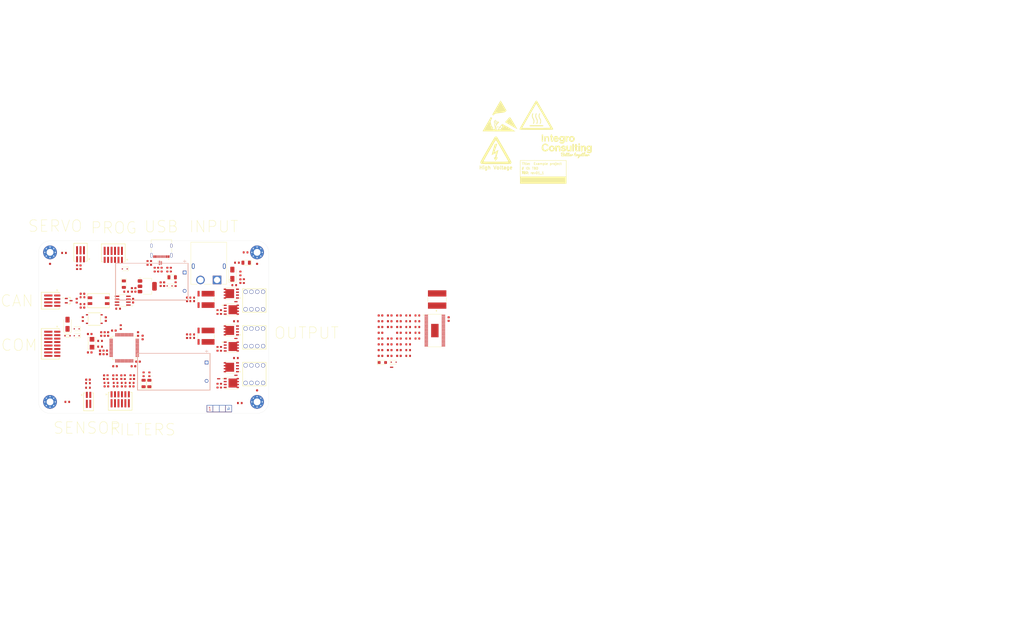
<source format=kicad_pcb>
(kicad_pcb (version 20241229) (generator "pcbnew") (generator_version "9.0")
  (title_block (title "Example project") (date "2026-01-15") (rev "rev01_1") (company "Integro Consulting AB") (comment 1 "TBD") (comment 2 "TBD") (comment 3 "TBD") (comment 4 "Josue Godinez"))
  (layers (0 "F.Cu" signal) (4 "In1.Cu" power) (6 "In2.Cu" power) (2 "B.Cu" signal) (13 "F.Paste" user) (15 "B.Paste" user) (5 "F.SilkS" user "F.Silkscreen") (7 "B.SilkS" user "B.Silkscreen") (1 "F.Mask" user) (3 "B.Mask" user) (25 "Edge.Cuts" user))
  (net 0 "")
  (net 1 "+VDC")
  (net 2 "GND")
  (net 3 "P5V")
  (net 4 "Net-(D4-A)")
  (net 5 "/MCU/AN_IN")
  (net 6 "P3V3")
  (net 7 "/MCU/PH_0")
  (net 8 "/MCU/PH_1")
  (net 9 "/MCU/NRST")
  (net 10 "/MCU/VCAP_1")
  (net 11 "/MCU/VCAP_2")
  (net 12 "/MCU/P3V3_A")
  (net 13 "/MCU/SERVO")
  (net 14 "Net-(C24-Pad1)")
  (net 15 "/MOSFET_DRIVER/OC_ADJ")
  (net 16 "/MOSFET_DRIVER/GVDD")
  (net 17 "/MOSFET_DRIVER/COMP")
  (net 18 "/MOSFET_DRIVER/CP1")
  (net 19 "/MOSFET_DRIVER/CP2")
  (net 20 "Net-(U4-AVDD)")
  (net 21 "/MOSFET_DRIVER/BST_BK")
  (net 22 "/MOSFET_DRIVER/PH")
  (net 23 "/MOSFET_DRIVER/P5V_DRV")
  (net 24 "/MOSFET_DRIVER/BST_3")
  (net 25 "H3_VS")
  (net 26 "/MOSFET_DRIVER/BST_2")
  (net 27 "H2_VS")
  (net 28 "/MOSFET_DRIVER/BST_1")
  (net 29 "H1_VS")
  (net 30 "S1_N")
  (net 31 "S1_P")
  (net 32 "S2_P")
  (net 33 "S2_N")
  (net 34 "/CAN/CONN_CAN_N")
  (net 35 "/CAN/CONN_CAN_P")
  (net 36 "/FILTERS/HALL1_IN")
  (net 37 "/FILTERS/HALL2_IN")
  (net 38 "/FILTERS/HALL3_IN")
  (net 39 "/FILTERS/TEMP_IN")
  (net 40 "Net-(D2-A)")
  (net 41 "Net-(D3-A)")
  (net 42 "Net-(D5-A)")
  (net 43 "/MCU/P3V3_COM")
  (net 44 "/MCU/P5V_COM")
  (net 45 "Net-(D10-A)")
  (net 46 "Net-(D11-A)")
  (net 47 "/MCU/P3V3_DBG")
  (net 50 "VBUS")
  (net 51 "Net-(J2-SHIELD-PadS1)")
  (net 52 "/USB-C/USB-C_P")
  (net 54 "/USB-C/CC2")
  (net 56 "/USB-C/USB-C_N")
  (net 57 "/USB-C/CC1")
  (net 58 "/MCU/ADC_TEMP")
  (net 59 "/MCU/SCK_ADC_EXT")
  (net 60 "/MCU/MISO_ADC_EXT2")
  (net 61 "/MCU/RX_SDA_NSS")
  (net 62 "/MCU/TX_SCL_MOSI")
  (net 63 "Net-(J5-3-Pad3_1)")
  (net 64 "/MCU/SWCLK")
  (net 65 "/MCU/SWDIO")
  (net 66 "/MOSFET/PHASE_1")
  (net 67 "/MOSFET/PHASE_2")
  (net 68 "/MOSFET/PHASE_3")
  (net 69 "/CAN/CAN_N")
  (net 70 "/CAN/R_CAN_P")
  (net 71 "/CAN/CAN_P")
  (net 72 "/CAN/R_CAN_N")
  (net 73 "/MOSFET_DRIVER/DVDD")
  (net 74 "H3_LOW")
  (net 75 "/MOSFET/M_H1_RG")
  (net 76 "H1_LOW")
  (net 77 "/MOSFET/M_L1_RG")
  (net 78 "/MOSFET/M_H2_RG")
  (net 79 "H2_LOW")
  (net 80 "/MOSFET/M_L2_RG")
  (net 81 "/MOSFET/M_H3_RG")
  (net 82 "/MOSFET/M_L3_RG")
  (net 83 "USB_N")
  (net 84 "USB_P")
  (net 85 "Net-(R14-Pad1)")
  (net 86 "/MCU/PH0_P")
  (net 87 "/MCU/PH1_P")
  (net 88 "/MCU/LED_GREEN")
  (net 89 "/MCU/LED_RED")
  (net 90 "/MCU/BOOT_P")
  (net 91 "/MOSFET_DRIVER/RT_CLK")
  (net 92 "FAULT")
  (net 93 "/MOSFET_DRIVER/DTC")
  (net 94 "/MOSFET_DRIVER/BIAS")
  (net 95 "/MOSFET_DRIVER/VSENSE")
  (net 96 "SENS3")
  (net 97 "SENS2")
  (net 98 "SENS1")
  (net 99 "M_H1")
  (net 100 "M_L1")
  (net 101 "/MOSFET/SH1_N")
  (net 102 "/MOSFET/SH1_P")
  (net 103 "M_H2")
  (net 104 "M_L2")
  (net 105 "/MOSFET/SH2_N")
  (net 106 "/MOSFET/SH2_P")
  (net 107 "M_H3")
  (net 108 "M_L3")
  (net 109 "Net-(U5-RS)")
  (net 110 "HALL1_OUT")
  (net 111 "HALL2_OUT")
  (net 112 "HALL3_OUT")
  (net 113 "TEMP_MOTOR")
  (net 114 "Net-(MH1-Pad1)")
  (net 115 "Net-(MH2-Pad1)")
  (net 116 "Net-(MH3-Pad1)")
  (net 117 "Net-(MH4-Pad1)")
  (net 118 "/USB-C/P5V-C")
  (net 122 "/MCU/HALL2_OUT")
  (net 123 "L1")
  (net 125 "L2")
  (net 126 "L3")
  (net 129 "CAN_RX")
  (net 131 "DC_CAL")
  (net 134 "/MCU/HALL1_OUT")
  (net 135 "BR_SD2")
  (net 137 "EN_GATE")
  (net 138 "H1")
  (net 139 "H3")
  (net 140 "BR_SD1")
  (net 141 "H2")
  (net 142 "/MCU/HALL3_OUT")
  (net 143 "CAN_TX")
  (net 146 "BR_SO1")
  (net 149 "BR_SO2")
  (footprint "Diode_SMD:D_SOD-323" (layer "F.Cu") (at 141.575 161.5 180)
    (property "Reference" "D9" (hide yes))
    (property "Value" "BAT60A")
  )
  (footprint "Capacitor_SMD:C_0603_1608Metric" (layer "F.Cu") (at 147.225 171.75 180)
    (property "Reference" "C15" (hide yes))
    (property "Value" "10p")
  )
  (footprint "Capacitor_SMD:C_0603_1608Metric" (layer "F.Cu") (at 157.725 162.25 180)
    (property "Reference" "C17" (hide yes))
    (property "Value" "100n")
  )
  (footprint "Resistor_SMD:R_0603_1608Metric" (layer "F.Cu") (at 141.725 134.7 90)
    (property "Reference" "R20" (hide yes))
    (property "Value" "2k2")
  )
  (footprint "Diode_SMD:D_SMA" (layer "F.Cu") (at 209.225 137.75 90)
    (property "Reference" "D1" (hide yes))
    (property "Value" "SMAJ60CA")
  )
  (footprint "Capacitor_SMD:C_0603_1608Metric" (layer "F.Cu") (at 153.475 182.5 90)
    (property "Reference" "C60" (hide yes))
    (property "Value" "100n")
  )
  (footprint "Resistor_SMD:R_0603_1608Metric" (layer "F.Cu") (at 141.575 149.25 -90)
    (property "Reference" "R52" (hide yes))
    (property "Value" "120R")
  )
  (footprint "Resistor_SMD:R_0603_1608Metric" (layer "F.Cu") (at 210.785 158.19)
    (property "Reference" "R40" (hide yes))
    (property "Value" "4R7")
  )
  (footprint "ESDCAN24-2BLY:SOT95P237X112-3N" (layer "F.Cu") (at 138.075 149.25)
    (property "Reference" "D15" (hide yes))
    (property "Value" "ESDCAN24-2BLY")
  )
  (footprint "Resistor_SMD:R_0603_1608Metric" (layer "F.Cu") (at 211.225 132.75)
    (property "Reference" "R1" (hide yes))
    (property "Value" "39k")
  )
  (footprint "Fiducial:Fiducial_1mm_Mask2mm" (layer "F.Cu") (at 219.975 133.25)
    (property "Reference" "FID2" (hide yes))
    (property "Value" "1mm/circular")
  )
  (footprint "Resistor_SMD:R_0603_1608Metric" (layer "F.Cu") (at 178.475 135.75 -90)
    (property "Reference" "R5" (hide yes))
    (property "Value" "5k1")
  )
  (footprint "Capacitor_SMD:C_0603_1608Metric" (layer "F.Cu") (at 273.624 155.68)
    (property "Reference" "C24" (hide yes))
    (property "Value" "10n")
  )
  (footprint "Resistor_SMD:R_0603_1608Metric" (layer "F.Cu") (at 154.475 185 180)
    (property "Reference" "R59" (hide yes))
    (property "Value" "10k")
  )
  (footprint "Capacitor_SMD:C_0603_1608Metric" (layer "F.Cu") (at 152.225 163.75 90)
    (property "Reference" "C9" (hide yes))
    (property "Value" "10u")
  )
  (footprint "Capacitor_SMD:C_0603_1608Metric" (layer "F.Cu") (at 179.57 142.075 90)
    (property "Reference" "C6" (hide yes))
    (property "Value" "1u")
  )
  (footprint "Diode_SMD:D_SOD-323" (layer "F.Cu") (at 141.575 164.5 180)
    (property "Reference" "D7" (hide yes))
    (property "Value" "BAT60A")
  )
  (footprint "874380843:MOLEX_874380443" (layer "F.Cu") (at 130.075 149.25 -90)
    (property "Reference" "J10" (hide yes))
    (property "Value" "874380443")
  )
  (footprint "Resistor_SMD:R_0603_1608Metric" (layer "F.Cu") (at 212.475 193.75 180)
    (property "Reference" "R63" (hide yes))
    (property "Value" "0R")
  )
  (footprint "Capacitor_SMD:C_0603_1608Metric" (layer "F.Cu") (at 273.624 165.72)
    (property "Reference" "C28" (hide yes))
    (property "Value" "2u2")
  )
  (footprint "Resistor_SMD:R_0603_1608Metric" (layer "F.Cu") (at 158.975 182.5 90)
    (property "Reference" "R56" (hide yes))
    (property "Value" "10k")
  )
  (footprint "SN65HVD230D:SOIC127P599X175-8N" (layer "F.Cu") (at 161.575 149.25 180)
    (property "Reference" "U5" (hide yes))
    (property "Value" "SN65HVD230D")
  )
  (footprint "Capacitor_SMD:C_0603_1608Metric" (layer "F.Cu") (at 273.624 160.7)
    (property "Reference" "C26" (hide yes))
    (property "Value" "2u2")
  )
  (footprint "Resistor_SMD:R_0603_1608Metric" (layer "F.Cu") (at 164.975 182.5 90)
    (property "Reference" "R58" (hide yes))
    (property "Value" "10k")
  )
  (footprint "PTS526SK15SMTR2LFS:SMT_FS" (layer "F.Cu") (at 149.225 157.25)
    (property "Reference" "SW1" (hide yes))
    (property "Value" "~")
  )
  (footprint "JGB_Library:Project_ID" (layer "F.Cu") (at 334.363867 98.315204)
    (property "Reference" "ID6" (hide yes))
    (property "Value" "~" (hide yes))
  )
  (footprint "MountingHole:MountingHole_3mm_Pad_Via" (layer "F.Cu") (at 219.975 128.25)
    (property "Reference" "MH2" (hide yes))
    (property "Value" "M3")
  )
  (footprint "Resistor_SMD:R_0603_1608Metric" (layer "F.Cu") (at 151.725 169.26)
    (property "Reference" "R16" (hide yes))
    (property "Value" "0R")
  )
  (footprint "Capacitor_SMD:C_0603_1608Metric" (layer "F.Cu") (at 144.075 146.25 180)
    (property "Reference" "C52" (hide yes))
    (property "Value" "51p")
  )
  (footprint "Diode_SMD:D_SMA" (layer "F.Cu") (at 137.575 159.5 90)
    (property "Reference" "D8" (hide yes))
    (property "Value" "SMAJ5.0A")
  )
  (footprint "Fiducial:Fiducial_1mm_Mask2mm" (layer "F.Cu") (at 129.975 133.25)
    (property "Reference" "FID1" (hide yes))
    (property "Value" "1mm/circular")
  )
  (footprint "Capacitor_SMD:C_0603_1608Metric" (layer "F.Cu") (at 154.475 186.5 180)
    (property "Reference" "C59" (hide yes))
    (property "Value" "4n7")
  )
  (footprint "Diode_SMD:D_1206_3216Metric" (layer "F.Cu") (at 170.65 185.25 90)
    (property "Reference" "D10" (hide yes))
    (property "Value" "LED_G")
  )
  (footprint "Resistor_SMD:R_0603_1608Metric" (layer "F.Cu") (at 184.57 142.075 90)
    (property "Reference" "R10" (hide yes))
    (property "Value" "1k")
  )
  (footprint "Package_SO:HSBA15810C" (layer "F.Cu") (at 208.785 169.19)
    (property "Reference" "Q4" (hide yes))
    (property "Value" "HSBA15810C")
  )
  (footprint "JGB_Library:ESD-suceptible" (layer "F.Cu") (at 326.102329 69.315112)
    (property "Reference" "ID3" (hide yes))
    (property "Value" "~" (hide yes))
  )
  (footprint "Package_SO:HSBA15810C" (layer "F.Cu") (at 208.785 185.055)
    (property "Reference" "Q6" (hide yes))
    (property "Value" "HSBA15810C")
  )
  (footprint "Resistor_SMD:R_0603_1608Metric" (layer "F.Cu") (at 162.475 182.5 90)
    (property "Reference" "R57" (hide yes))
    (property "Value" "10k")
  )
  (footprint "Diode_SMD:D_1206_3216Metric" (layer "F.Cu") (at 183.07 139.075)
    (property "Reference" "D5" (hide yes))
    (property "Value" "LED_G")
  )
  (footprint "Resistor_SMD:R_0603_1608Metric" (layer "F.Cu") (at 202.785 170.19 90)
    (property "Reference" "R41" (hide yes))
    (property "Value" "4R7")
  )
  (footprint "Resistor_SMD:R_0603_1608Metric" (layer "F.Cu") (at 285.654 173.25)
    (property "Reference" "R28" (hide yes))
    (property "Value" "39k")
  )
  (footprint "NetTie:NetTie-2_SMD_Pad0.5mm" (layer "F.Cu") (at 210.785 149.69)
    (property "Reference" "NT2" (hide yes))
    (property "Value" "NetTie_2" (hide yes))
  )
  (footprint "Resistor_SMD:R_0603_1608Metric" (layer "F.Cu") (at 289.664 163.21)
    (property "Reference" "R32" (hide yes))
    (property "Value" "39k")
  )
  (footprint "Resistor_SMD:R_0603_1608Metric" (layer "F.Cu") (at 285.654 155.68)
    (property "Reference" "R21" (hide yes))
    (property "Value" "16k")
  )
  (footprint "Capacitor_SMD:C_0603_1608Metric" (layer "F.Cu") (at 166.225 177.75)
    (property "Reference" "C19" (hide yes))
    (property "Value" "2u2")
  )
  (footprint "Resistor_SMD:R_0603_1608Metric" (layer "F.Cu") (at 180.975 135.75 -90)
    (property "Reference" "R7" (hide yes))
    (property "Value" "22R")
  )
  (footprint "Diode_SMD:D_1206_3216Metric" (layer "F.Cu") (at 173.15 185.25 90)
    (property "Reference" "D11" (hide yes))
    (property "Value" "LED_R")
  )
  (footprint "Capacitor_SMD:C_0603_1608Metric" (layer "F.Cu") (at 144.075 152.25 180)
    (property "Reference" "C51" (hide yes))
    (property "Value" "51p")
  )
  (footprint "Capacitor_SMD:C_0603_1608Metric" (layer "F.Cu") (at 158.225 177.75 180)
    (property "Reference" "C12" (hide yes))
    (property "Value" "100n")
  )
  (footprint "RES_WSLP2726L5000FEA:WSLP2726_1mOHM_VIS" (layer "F.Cu") (at 197.785 164.69 90)
    (property "Reference" "R45" (hide yes))
    (property "Value" "1m")
  )
  (footprint "874380843:MOLEX_874380843" (layer "F.Cu") (at 130.075 168 -90)
    (property "Reference" "J4" (hide yes))
    (property "Value" "874380843")
  )
  (footprint "Resistor_SMD:R_0603_1608Metric" (layer "F.Cu") (at 285.654 168.23)
    (property "Reference" "R26" (hide yes))
    (property "Value" "18k")
  )
  (footprint "Package_SO:HSBA15810C" (layer "F.Cu") (at 208.785 153.19)
    (property "Reference" "Q2" (hide yes))
    (property "Value" "HSBA15810C")
  )
  (footprint "Diode_SMD:D_SOD-323" (layer "F.Cu") (at 162.475 135.45 180)
    (property "Reference" "D12" (hide yes))
    (property "Value" "BAT60A")
  )
  (footprint "Capacitor_SMD:C_0603_1608Metric" (layer "F.Cu") (at 178.07 142.075 90)
    (property "Reference" "C5" (hide yes))
    (property "Value" "1u")
  )
  (footprint "Resistor_SMD:R_0603_1608Metric" (layer "F.Cu") (at 175.475 135.75 90)
    (property "Reference" "R4" (hide yes))
    (property "Value" "0R")
  )
  (footprint "874380843:MOLEX_874380343" (layer "F.Cu") (at 143.225 128.2 180)
    (property "Reference" "J5" (hide yes))
    (property "Value" "874380343")
  )
  (footprint "Capacitor_SMD:C_0603_1608Metric" (layer "F.Cu") (at 153.225 171.75 90)
    (property "Reference" "C22" (hide yes))
    (property "Value" "1u")
  )
  (footprint "Resistor_SMD:R_0603_1608Metric" (layer "F.Cu") (at 144.075 147.75 180)
    (property "Reference" "R50" (hide yes))
    (property "Value" "10R")
  )
  (footprint "Capacitor_SMD:C_0603_1608Metric" (layer "F.Cu") (at 147.225 163.75 180)
    (property "Reference" "C14" (hide yes))
    (property "Value" "10p")
  )
  (footprint "Capacitor_SMD:C_0603_1608Metric" (layer "F.Cu") (at 277.634 155.68)
    (property "Reference" "C32" (hide yes))
    (property "Value" "100n")
  )
  (footprint "WP-BUTR:WP-BUTR_7461084" (layer "F.Cu") (at 218.785 149.19)
    (property "Reference" "J7" (hide yes))
    (property "Value" "7461084")
  )
  (footprint "Capacitor_SMD:C_0603_1608Metric" (layer "F.Cu") (at 158.475 186.5 180)
    (property "Reference" "C53" (hide yes))
    (property "Value" "4n7")
  )
  (footprint "JGB_Library:IC-logo" (layer "F.Cu") (at 352.788867 80.890204)
    (property "Reference" "ID4" (hide yes))
    (property "Value" "~" (hide yes))
  )
  (footprint "Resistor_SMD:R_0603_1608Metric" (layer "F.Cu") (at 202.785 186.19 90)
    (property "Reference" "R47" (hide yes))
    (property "Value" "4R7")
  )
  (footprint "Resistor_SMD:R_0603_1608Metric" (layer "F.Cu") (at 172.375 132.85 -90)
    (property "Reference" "R3" (hide yes))
    (property "Value" "0R")
  )
  (footprint "JGB_Library:hot-surface" (layer "F.Cu") (at 341.345201 68.640205)
    (property "Reference" "ID1" (hide yes))
    (property "Value" "~" (hide yes))
  )
  (footprint "Resistor_SMD:R_0603_1608Metric" (layer "F.Cu") (at 202.785 154.19 90)
    (property "Reference" "R35" (hide yes))
    (property "Value" "4R7")
  )
  (footprint "874380843:MOLEX_874380643" (layer "F.Cu") (at 160.475 193)
    (property "Reference" "J11" (hide yes))
    (property "Value" "874380643")
  )
  (footprint "Diode_SMD:Nexperia_CFP3_SOD-123W" (layer "F.Cu") (at 274.439 176.13)
    (property "Reference" "D13" (hide yes))
    (property "Value" "PMEG6020AELR")
  )
  (footprint "Resistor_SMD:R_0603_1608Metric" (layer "F.Cu") (at 191.785 149.44)
    (property "Reference" "R37" (hide yes))
    (property "Value" "100R")
  )
  (footprint "NetTie:NetTie-2_SMD_Pad0.5mm" (layer "F.Cu") (at 278.459 178.205)
    (property "Reference" "NT1" (hide yes))
    (property "Value" "NetTie_2" (hide yes))
  )
  (footprint "MountingHole:MountingHole_3mm_Pad_Via" (layer "F.Cu") (at 219.975 193.25)
    (property "Reference" "MH4" (hide yes))
    (property "Value" "M3")
  )
  (footprint "Capacitor_SMD:C_0603_1608Metric" (layer "F.Cu") (at 189.535 148.69 90)
    (property "Reference" "C48" (hide yes))
    (property "Value" "2n2")
  )
  (footprint "Capacitor_SMD:C_0603_1608Metric" (layer "F.Cu") (at 168.225 175.75)
    (property "Reference" "C13" (hide yes))
    (property "Value" "100n")
  )
  (footprint "874380843:MOLEX_874380243" (layer "F.Cu") (at 146.725 193.25)
    (property "Reference" "J3" (hide yes))
    (property "Value" "874380243")
  )
  (footprint "Capacitor_SMD:C_0603_1608Metric" (layer "F.Cu") (at 146.475 183.6)
    (property "Reference" "C8" (hide yes))
    (property "Value" "100n")
  )
  (footprint "Resistor_SMD:R_0603_1608Metric" (layer "F.Cu") (at 176.975 135.75 -90)
    (property "Reference" "R6" (hide yes))
    (property "Value" "5k1")
  )
  (footprint "Resistor_SMD:R_0603_1608Metric" (layer "F.Cu") (at 289.664 155.68)
    (property "Reference" "R29" (hide yes))
    (property "Value" "2k2")
  )
  (footprint "Resistor_SMD:R_0603_1608Metric" (layer "F.Cu") (at 212.725 137.425 -90)
    (property "Reference" "R11" (hide yes))
    (property "Value" "39k")
  )
  (footprint "L_Bourns_SDR0805:IND_BOURNS_SDR0805" (layer "F.Cu") (at 298.255 148.75 90)
    (property "Reference" "L1" (hide yes))
    (property "Value" "22u")
  )
  (footprint "Resistor_SMD:R_0603_1608Metric" (layer "F.Cu") (at 161.975 185)
    (property "Reference" "R54" (hide yes))
    (property "Value" "2k2")
  )
  (footprint "Capacitor_SMD:C_0603_1608Metric" (layer "F.Cu") (at 281.644 165.72)
    (property "Reference" "C44" (hide yes))
    (property "Value" "10u")
  )
  (footprint "Resistor_SMD:R_0603_1608Metric" (layer "F.Cu") (at 191.785 147.94)
    (property "Reference" "R38" (hide yes))
    (property "Value" "100R")
  )
  (footprint "Capacitor_SMD:C_0603_1608Metric" (layer "F.Cu") (at 153.725 163.75 90)
    (property "Reference" "C10" (hide yes))
    (property "Value" "100n")
  )
  (footprint "Resistor_SMD:R_0603_1608Metric" (layer "F.Cu") (at 289.664 158.19)
    (property "Reference" "R30" (hide yes))
    (property "Value" "39k")
  )
  (footprint "Diode_SMD:D_SOD-323" (layer "F.Cu") (at 279.379 175.98)
    (property "Reference" "D14" (hide yes))
    (property "Value" "BAT60A")
  )
  (footprint "Diode_SMD:D_SOD-323" (layer "F.Cu") (at 181.950825 142.850114 180)
    (property "Reference" "D4" (hide yes))
    (property "Value" "BAT60A")
  )
  (footprint "874380843:MOLEX_874380643" (layer "F.Cu") (at 157.475 128.45 180)
    (property "Reference" "J6" (hide yes))
    (property "Value" "874380643")
  )
  (footprint "Diode_SMD:D_1206_3216Metric" (layer "F.Cu") (at 215.225 132.75 180)
    (property "Reference" "D2" (hide yes))
    (property "Value" "LED_G")
  )
  (footprint "Capacitor_SMD:C_0603_1608Metric" (layer "F.Cu") (at 277.634 158.19)
    (property "Reference" "C33" (hide yes))
    (property "Value" "100n")
  )
  (footprint "NetTie:NetTie-2_SMD_Pad0.5mm" (layer "F.Cu") (at 210.785 165.69)
    (property "Reference" "NT3" (hide yes))
    (property "Value" "NetTie_2" (hide yes))
  )
  (footprint "Resistor_SMD:R_0603_1608Metric" (layer "F.Cu") (at 173.15 181.25 -90)
    (property "Reference" "R18" (hide yes))
    (property "Value" "1k")
  )
  (footprint "JGB_Library:4_Layer_ID" (layer "F.Cu") (at 198.15 197.625)
    (property "Reference" "ID5" (hide yes))
    (property "Value" "~" (hide yes))
  )
  (footprint "Capacitor_SMD:C_0603_1608Metric" (layer "F.Cu") (at 273.624 168.23)
    (property "Reference" "C29" (hide yes))
    (property "Value" "2u2")
  )
  (footprint "Resistor_SMD:R_0603_1608Metric" (layer "F.Cu") (at 159.575 152.75 180)
    (property "Reference" "R49" (hide yes))
    (property "Value" "10k")
  )
  (footprint "Resistor_SMD:R_0603_1608Metric" (layer "F.Cu") (at 289.664 165.72)
    (property "Reference" "R33" (hide yes))
    (property "Value" "2k2")
  )
  (footprint "WE-SL2:WE-SL2" (layer "F.Cu") (at 151.075 149.25)
    (property "Reference" "L2" (hide yes))
    (property "Value" "744227S")
  )
  (footprint "Capacitor_SMD:C_0603_1608Metric" (layer "F.Cu") (at 273.624 158.19)
    (property "Reference" "C25" (hide yes))
    (property "Value" "2u2")
  )
  (footprint "Capacitor_SMD:C_0603_1608Metric" (layer "F.Cu") (at 160.975 182.5 90)
    (property "Reference" "C57" (hide yes))
    (property "Value" "100n")
  )
  (footprint "Capacitor_SMD:C_0603_1608Metric" (layer "F.Cu") (at 212.725 140.75 -90)
    (property "Reference" "C7" (hide yes))
    (property "Value" "100n")
  )
  (footprint "Capacitor_SMD:C_0603_1608Metric" (layer "F.Cu") (at 277.634 168.23)
    (property "Reference" "C37" (hide yes))
    (property "Value" "1u")
  )
  (footprint "Capacitor_SMD:C_0603_1608Metric" (layer "F.Cu") (at 143.225 134.7 90)
    (property "Reference" "C23" (hide yes))
    (property "Value" "100n")
  )
  (footprint "Capacitor_SMD:C_0603_1608Metric" (layer "F.Cu") (at 281.644 163.21)
    (property "Reference" "C43" (hide yes))
    (property "Value" "1u")
  )
  (footprint "JGB_Library:high-voltage" (layer "F.Cu") (at 323.788867 83.890204)
    (property "Reference" "ID2" (hide yes))
    (property "Value" "~" (hide yes))
  )
  (footprint "Resistor_SMD:R_0603_1608Metric" (layer "F.Cu") (at 151.725 166.75)
    (property "Reference" "R15" (hide yes))
    (property "Value" "0R")
  )
  (footprint "WP-BUTR:WP-BUTR_7461084" (layer "F.Cu") (at 218.785 165.19)
    (property "Reference" "J8" (hide yes))
    (property "Value" "7461084")
  )
  (footprint "Resistor_SMD:R_0603_1608Metric" (layer "F.Cu") (at 137.475 193.25)
    (property "Reference" "R64" (hide yes))
    (property "Value" "0R")
  )
  (footprint "NetTie:NetTie-2_SMD_Pad0.5mm" (layer "F.Cu") (at 203.285 183.19)
    (property "Reference" "NT5" (hide yes))
    (property "Value" "NetTie_2" (hide yes))
  )
  (footprint "Resistor_SMD:R_0603_1608Metric" (layer "F.Cu") (at 160.725 160.75 -90)
    (property "Reference" "R19" (hide yes))
    (property "Value" "0R")
  )
  (footprint "Capacitor_SMD:C_0603_1608Metric" (layer "F.Cu") (at 277.634 165.72)
    (property "Reference" "C36" (hide yes))
    (property "Value" "1u")
  )
  (footprint "Resistor_SMD:R_0603_1608Metric" (layer "F.Cu") (at 210.05 142.5)
    (property "Reference" "R34" (hide yes))
    (property "Value" "4R7")
  )
  (footprint "Capacitor_SMD:C_0603_1608Metric" (layer "F.Cu") (at 167.08 144.575 90)
    (property "Reference" "C4" (hide yes))
    (property "Value" "1u")
  )
  (footprint "Capacitor_SMD:C_0603_1608Metric" (layer "F.Cu") (at 277.634 160.7)
    (property "Reference" "C34" (hide yes))
    (property "Value" "100n")
  )
  (footprint "Capacitor_SMD:C_0603_1608Metric" (layer "F.Cu") (at 277.634 173.25)
    (property "Reference" "C39" (hide yes))
    (property "Value" "10u")
  )
  (footprint "DRV8302DCA:SOP50P810X120-57N" (layer "F.Cu") (at 297.255 162.25)
    (property "Reference" "U4" (hide yes))
    (property "Value" "DRV8302DCA")
  )
  (footprint "Resistor_SMD:R_0603_1608Metric" (layer "F.Cu") (at 170.65 181.25 -90)
    (property "Reference" "R17" (hide yes))
    (property "Value" "1k")
  )
  (footprint "Capacitor_SMD:C_0603_1608Metric" (layer "F.Cu") (at 277.634 170.74)
    (property "Reference" "C38" (hide yes))
    (property "Value" "1u")
  )
  (footprint "Capacitor_SMD:C_0603_1608Metric" (layer "F.Cu") (at 166.475 182.5 90)
    (property "Reference" "C58" (hide yes))
    (property "Value" "100n")
  )
  (footprint "Resistor_SMD:R_0603_1608Metric" (layer "F.Cu") (at 214.225 140.75 -90)
    (property "Reference" "R12" (hide yes))
    (property "Value" "2k2")
  )
  (footprint "Capacitor_SMD:C_0603_1608Metric" (layer "F.Cu") (at 165.57 144.575 90)
    (property "Reference" "C3" (hide yes))
    (property "Value" "1u")
  )
  (footprint "Capacitor_SMD:C_0603_1608Metric" (layer "F.Cu") (at 281.644 160.7)
    (property "Reference" "C42" (hide yes))
    (property "Value" "10u")
  )
  (footprint "Fiducial:Fiducial_1mm_Mask2mm" (layer "F.Cu") (at 219.975 188.25)
    (property "Reference" "FID3" (hide yes))
    (property "Value" "1mm/circular")
  )
  (footprint "Capacitor_SMD:C_0603_1608Metric" (layer "F.Cu") (at 273.624 173.25)
    (property "Reference" "C31" (hide yes))
    (property "Value" "2u2")
  )
  (footprint "Capacitor_SMD:C_0603_1608Metric" (layer "F.Cu") (at 154.725 171.75 90)
    (property "Reference" "C21" (hide yes))
    (property "Value" "100n")
  )
  (footprint "Resistor_SMD:R_0603_1608Metric" (layer "F.Cu") (at 182.475 135.75 -90)
    (property "Reference" "R8" (hide yes))
    (property "Value" "22R")
  )
  (footprint "Capacitor_SMD:C_0603_1608Metric" (layer "F.Cu") (at 161.975 186.5)
    (property "Reference" "C54" (hide yes))
    (property "Value" "4n7")
  )
  (footprint "Resistor_SMD:R_0603_1608Metric" (layer "F.Cu") (at 285.654 158.19)
    (property "Reference" "R22" (hide yes))
    (property "Value" "205k")
  )
  (footprint "Resistor_SMD:R_0603_1608Metric" (layer "F.Cu") (at 210.785 174.19)
    (property "Reference" "R46" (hide yes))
    (property "Value" "4R7")
  )
  (footprint "Package_TO_SOT_SMD:SOT-223-3_TabPin2" (layer "F.Cu") (at 172.225 143)
    (property "Reference" "U2" (hide yes))
    (property "Value" "AMS1117-3.3")
  )
  (footprint "Capacitor_SMD:C_0603_1608Metric" (layer "F.Cu") (at 157.475 182.5 90)
    (property "Reference" "C56" (hide yes))
    (property "Value" "100n")
  )
  (footprint "Capacitor_SMD:C_0603_1608Metric" (layer "F.Cu") (at 281.644 158.19)
    (property "Reference" "C41" (hide yes))
    (property "Value" "1u")
  )
  (footprint "WP-BUTR:WP-BUTR_7461084" (layer "F.Cu") (at 218.785 181.19)
    (property "Reference" "J9" (hide yes))
    (property "Value" "7461084")
  )
  (footprint "Resistor_SMD:R_0603_1608Metric" (layer "F.Cu") (at 289.664 160.7)
    (property "Reference" "R31" (hide yes))
    (property "Value" "2k2")
  )
  (footprint "Resistor_SMD:R_0603_1608Metric" (layer "F.Cu") (at 158.475 185)
    (property "Reference" "R53" (hide yes))
    (property "Value" "2k2")
  )
  (footprint "Resistor_SMD:R_0603_1608Metric" (layer "F.Cu") (at 154.975 182.5 90)
    (property "Reference" "R60" (hide yes))
    (property "Value" "0R")
  )
  (footprint "Capacitor_SMD:C_0603_1608Metric" (layer "F.Cu") (at 281.644 155.68)
    (property "Reference" "C40" (hide yes))
    (property "Value" "1u")
  )
  (footprint "Package_SO:HSBA15810C" (layer "F.Cu") (at 208.785 146.19 180)
    (property "Reference" "Q1" (hide yes))
    (property "Value" "HSBA15810C")
  )
  (footprint "Resistor_SMD:R_0603_1608Metric" (layer "F.Cu") (at 285.654 165.72)
    (property "Reference" "R25" (hide yes))
    (property "Value" "1M")
  )
  (footprint "Resistor_SMD:R_0603_1608Metric" (layer "F.Cu") (at 136.05 128.5)
    (property "Reference" "R61" (hide yes))
    (property "Value" "0R")
  )
  (footprint "Capacitor_SMD:C_0603_1608Metric" (layer "F.Cu") (at 168.225 163.75 90)
    (property "Reference" "C16" (hide yes))
    (property "Value" "100n")
  )
  (footprint "Package_SO:HSBA15810C" (layer "F.Cu") (at 208.785 162.19 180)
    (property "Reference" "Q3" (hide yes))
    (property "Value" "HSBA15810C")
  )
  (footprint "Resistor_SMD:R_0603_1608Metric" (layer "F.Cu") (at 204.285 170.19 90)
    (property "Reference" "R42" (hide yes))
    (property "Value" "39k")
  )
  (footprint "Capacitor_SMD:C_0603_1608Metric" (layer "F.Cu") (at 154.225 157.25 -90)
    (property "Reference" "C18" (hide yes))
    (property "Value" "100n")
  )
  (footprint "Resistor_SMD:R_0603_1608Metric" (layer "F.Cu") (at 144.075 150.75 180)
    (property "Reference" "R51" (hide yes))
    (property "Value" "10R")
  )
  (footprint "Capacitor_SMD:C_0603_1608Metric" (layer "F.Cu") (at 281.644 170.74)
    (property "Reference" "C46" (hide yes))
    (property "Value" "100n")
  )
  (footprint "Resistor_SMD:R_0603_1608Metric" (layer "F.Cu") (at 146.475 187.1)
    (property "Reference" "TH1" (hide yes))
    (property "Value" "10k")
  )
  (footprint "MountingHole:MountingHole_3mm_Pad_Via" (layer "F.Cu") (at 129.975 128.25)
    (property "Reference" "MH1" (hide yes))
    (property "Value" "M3")
  )
  (footprint "Capacitor_SMD:C_0603_1608Metric" (layer "F.Cu") (at 273.624 163.21)
    (property "Reference" "C27" (hide yes))
    (property "Value" "120p")
  )
  (footprint "Package_QFP:LQFP-64_10x10mm_P0.5mm" (layer "F.Cu") (at 162.225 169.75)
    (property "Reference" "U3" (hide yes))
    (property "Value" "STM32F405RGTx")
  )
  (footprint "Resistor_SMD:R_0603_1608Metric" (layer "F.Cu") (at 191.785 165.44)
    (property "Reference" "R43" (hide yes))
    (property "Value" "100R")
  )
  (footprint "MountingHole:MountingHole_3mm_Pad_Via" (layer "F.Cu") (at 129.975 193.25)
    (property "Reference" "MH3" (hide yes))
    (property "Value" "M3")
  )
  (footprint "Resistor_SMD:R_0603_1608Metric" (layer "F.Cu") (at 285.654 163.21)
    (property "Reference" "R24" (hide yes))
    (property "Value" "10k")
  )
  (footprint "Resistor_SMD:R_0603_1608Metric" (layer "F.Cu") (at 285.654 170.74)
    (property "Reference" "R27" (hide yes))
    (property "Value" "3k3")
  )
  (footprint "Diode_SMD:D_1206_3216Metric" (layer "F.Cu") (at 162.07 142.075 -90)
    (property "Reference" "D3" (hide yes))
    (property "Value" "LED_G")
  )
  (footprint "Resistor_SMD:R_0603_1608Metric" (layer "F.Cu") (at 146.475 185.1 180)
    (property "Reference" "R13" (hide yes))
    (property "Value" "2k2")
  )
  (footprint "X50328MSB2GI:XTAL_MSB2GI_YXC" (layer "F.Cu") (at 148.225 167.75 90)
    (property "Reference" "Y1" (hide yes))
    (property "Value" "8MHz" (hide yes))
  )
  (footprint "Capacitor_SMD:C_0603_1608Metric" (layer "F.Cu") (at 155.225 163.75 90)
    (property "Reference" "C11" (hide yes))
    (property "Value" "100n")
  )
  (footprint "Capacitor_SMD:C_0603_1608Metric" (layer "F.Cu") (at 303.255 157.25 -90)
    (property "Reference" "C35" (hide yes))
    (property "Value" "100n")
  )
  (footprint "TYPE-C-31-M-12:HRO_TYPE-C-31-M-12" (layer "F.Cu") (at 178.375 125.35 180)
    (property "Reference" "J2" (hide yes))
    (property "Value" "TYPE-C-31-M-12")
  )
  (footprint "Resistor_SMD:R_0603_1608Metric" (layer "F.Cu") (at 173.875 132.85 -90)
    (property "Reference" "R2" (hide yes))
    (property "Value" "0R")
  )
  (footprint "Resistor_SMD:R_0603_1608Metric" (layer "F.Cu") (at 144.225 157.25 -90)
    (property "Reference" "R14" (hide yes))
    (property "Value" "2k2")
  )
  (footprint "Resistor_SMD:R_0603_1608Metric" (layer "F.Cu") (at 204.285 154.19 90)
    (property "Reference" "R36" (hide yes))
    (property "Value" "39k")
  )
  (footprint "Capacitor_SMD:C_0603_1608Metric" (layer "F.Cu") (at 189.535 164.69 90)
    (property "Reference" "C49" (hide yes))
    (property "Value" "2n2")
  )
  (footprint "Capacitor_SMD:C_0603_1608Metric" (layer "F.Cu") (at 281.644 168.23)
    (property "Reference" "C45" (hide yes))
    (property "Value" "100n")
  )
  (footprint "Resistor_SMD:R_0603_1608Metric" (layer "F.Cu") (at 191.785 163.94)
    (property "Reference" "R44" (hide yes))
    (property "Value" "100R")
  )
  (footprint "PESD3V3U1UA_115:DIO_PESD3V3U1UA_115" (layer "F.Cu") (at 137.575 164.5)
    (property "Reference" "D6" (hide yes))
    (property "Value" "PESD3V3U1UA,115")
  )
  (footprint "PUSB3AB6Z:IC_PUSB3AB6Z" (layer "F.Cu") (at 177.96 132.85)
    (property "Reference" "U1" (hide yes))
    (property "Value" "PUSB3AB6Z")
  )
  (footprint "Resistor_SMD:R_0603_1608Metric" (layer "F.Cu") (at 285.654 160.7)
    (property "Reference" "R23" (hide yes))
    (property "Value" "10k")
  )
  (footprint "Resistor_SMD:R_0603_1608Metric" (layer "F.Cu") (at 165.475 185 180)
    (property "Reference" "R55" (hide yes))
    (property "Value" "2k2")
  )
  (footprint "Capacitor_SMD:C_0603_1608Metric" (layer "F.Cu") (at 281.644 173.25)
    (property "Reference" "C47" (hide yes))
    (property "Value" "100n")
  )
  (footprint "Resistor_SMD:R_0603_1608Metric" (layer "F.Cu") (at 214.975 128.25 180)
    (property "Reference" "R62" (hide yes))
    (property "Value" "0R")
  )
  (footprint "RES_WSLP2726L5000FEA:WSLP2726_1mOHM_VIS" (layer "F.Cu") (at 197.785 148.69 90)
    (property "Reference" "R39" (hide yes))
    (property "Value" "1m")
  )
  (footprint "Capacitor_SMD:C_0603_1608Metric" (layer "F.Cu") (at 273.624 170.74)
    (property "Reference" "C30" (hide yes))
    (property "Value" "22n")
  )
  (footprint "Capacitor_SMD:C_0603_1608Metric" (layer "F.Cu") (at 166.075 149.25 -90)
    (property "Reference" "C50" (hide yes))
    (property "Value" "2u2")
  )
  (footprint "BLM18PG121SN1D:BEADC1608X95N" (layer "F.Cu") (at 151.725 171.75 -90)
    (property "Reference" "FB1" (hide yes))
    (property "Value" "120R" (hide yes))
  )
  (footprint "Capacitor_SMD:C_0603_1608Metric" (layer "F.Cu") (at 165.475 186.5)
    (property "Reference" "C55" (hide yes))
    (property "Value" "4n7")
  )
  (footprint "XT60PW-M:AMASS_XT60PW-M" (layer "F.Cu") (at 198.975 134.25 180)
    (property "Reference" "J1" (hide yes))
    (property "Value" "XT60PW-M")
  )
  (footprint "NetTie:NetTie-2_SMD_Pad0.5mm" (layer "F.Cu") (at 210.785 181.69)
    (property "Reference" "NT4" (hide yes))
    (property "Value" "NetTie_2" (hide yes))
  )
  (footprint "Resistor_SMD:R_0603_1608Metric" (layer "F.Cu") (at 204.285 186.19 90)
    (property "Reference" "R48" (hide yes))
    (property "Value" "39k")
  )
  (footprint "Capacitor_SMD:C_0603_1608Metric" (layer "F.Cu") (at 170.225 165.25 90)
    (property "Reference" "C20" (hide yes))
    (property "Value" "2u2")
  )
  (footprint "Package_SO:HSBA15810C" (layer "F.Cu") (at 208.785 178.19 180)
    (property "Reference" "Q5" (hide yes))
    (property "Value" "HSBA15810C")
  )
  (footprint "Resistor_SMD:R_0603_1608Metric" (layer "F.Cu") (at 163.07 145.355 180)
    (property "Reference" "R9" (hide yes))
    (property "Value" "1k")
  )
  (footprint "LKMI2501K821MF:RA_LKMI2501K821MF_YMIN" (layer "B.Cu") (at 198.025 176.13785 -90)
    (property "Reference" "C2" (hide yes))
    (property "Value" "820u")
  )
  (footprint "LKMI2501K821MF:RA_LKMI2501K821MF_YMIN" (layer "B.Cu") (at 188.475 137 -90)
    (property "Reference" "C1" (hide yes))
    (property "Value" "820u")
  )
  (gr_line (start 224.975 128.25) (end 224.975 193.25) (stroke (width 0.05)) (layer "Edge.Cuts"))
  (gr_arc (start 129.975 198.25) (mid 126.439466 196.785534) (end 124.975 193.25) (stroke (width 0.05)) (layer "Edge.Cuts"))
  (gr_arc (start 124.975 128.25) (mid 126.439466 124.714466) (end 129.975 123.25) (stroke (width 0.05)) (layer "Edge.Cuts"))
  (gr_line (start 129.975 123.25) (end 219.975 123.25) (stroke (width 0.05)) (layer "Edge.Cuts"))
  (gr_line (start 124.975 193.25) (end 124.975 128.25) (stroke (width 0.05)) (layer "Edge.Cuts"))
  (gr_arc (start 224.975 193.25) (mid 223.510534 196.785534) (end 219.975 198.25) (stroke (width 0.05)) (layer "Edge.Cuts"))
  (gr_arc (start 219.975 123.25) (mid 223.510534 124.714466) (end 224.975 128.25) (stroke (width 0.05)) (layer "Edge.Cuts"))
  (gr_line (start 219.975 198.25) (end 129.975 198.25) (stroke (width 0.05)) (layer "Edge.Cuts"))
  (gr_text "COM" (at 108.475 171.5 0) (layer "F.SilkS") (effects (font (size 5 5)) (justify left bottom)))
  (gr_text "CAN\n" (at 108.225 152.25 0) (layer "F.SilkS") (effects (font (size 5 5)) (justify left bottom)))
  (gr_text "OUTPUT" (at 227.225 166.25 0) (layer "F.SilkS") (effects (font (size 5 5)) (justify left bottom)))
  (gr_text "SERVO\n" (at 120.225 119.75 0) (layer "F.SilkS") (effects (font (size 5 5)) (justify left bottom)))
  (gr_text "PROG" (at 147.475 120.5 0) (layer "F.SilkS") (effects (font (size 5 5)) (justify left bottom)))
  (gr_text "USB" (at 170.725 120 0) (layer "F.SilkS") (effects (font (size 5 5)) (justify left bottom)))
  (gr_text "INPUT" (at 190.225 120 0) (layer "F.SilkS") (effects (font (size 5 5)) (justify left bottom)))
  (gr_text "SENSOR" (at 131.225 207.5 0) (layer "F.SilkS") (effects (font (size 5 5)) (justify left bottom)))
  (gr_text "FILTERS" (at 155.725 208.25 0) (layer "F.SilkS") (effects (font (size 5 5)) (justify left bottom)))
)
</source>
